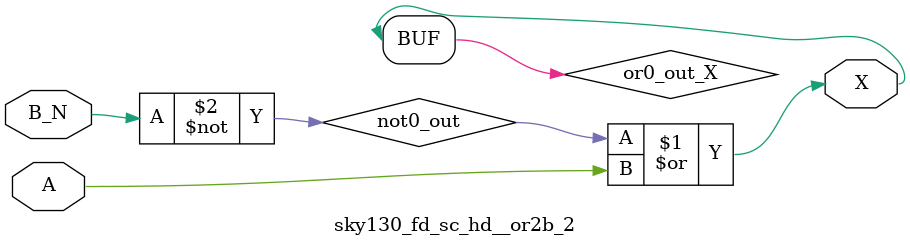
<source format=v>
/*
 * Copyright 2020 The SkyWater PDK Authors
 *
 * Licensed under the Apache License, Version 2.0 (the "License");
 * you may not use this file except in compliance with the License.
 * You may obtain a copy of the License at
 *
 *     https://www.apache.org/licenses/LICENSE-2.0
 *
 * Unless required by applicable law or agreed to in writing, software
 * distributed under the License is distributed on an "AS IS" BASIS,
 * WITHOUT WARRANTIES OR CONDITIONS OF ANY KIND, either express or implied.
 * See the License for the specific language governing permissions and
 * limitations under the License.
 *
 * SPDX-License-Identifier: Apache-2.0
*/


`ifndef SKY130_FD_SC_HD__OR2B_2_FUNCTIONAL_V
`define SKY130_FD_SC_HD__OR2B_2_FUNCTIONAL_V

/**
 * or2b: 2-input OR, first input inverted.
 *
 * Verilog simulation functional model.
 */

`timescale 1ns / 1ps
`default_nettype none

`celldefine
module sky130_fd_sc_hd__or2b_2 (
    X  ,
    A  ,
    B_N
);

    // Module ports
    output X  ;
    input  A  ;
    input  B_N;

    // Local signals
    wire not0_out ;
    wire or0_out_X;

    //  Name  Output     Other arguments
    not not0 (not0_out , B_N            );
    or  or0  (or0_out_X, not0_out, A    );
    buf buf0 (X        , or0_out_X      );

endmodule
`endcelldefine

`default_nettype wire
`endif  // SKY130_FD_SC_HD__OR2B_2_FUNCTIONAL_V

</source>
